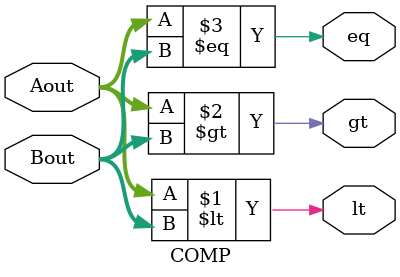
<source format=v>
module GCD_datapath(lt,gt,eq,lda,ldb,sel1,sel2,data_in,selin,clk);
input lda,ldb,sel1,sel2,selin,clk;
input[15:0] data_in;
output lt,gt,eq;
wire[15:0] Aout,Bout,X,Y,bus,subout;

PIPO A(Aout,lda,bus,clk);
PIPO B(Bout,ldb,bus,clk);
mux mux1(X,Aout,Bout,sel1);
mux mux2(Y,Aout,Bout,sel2);
mux mux3(bus,subout,data_in,selin);
SUB S(subout,X,Y);
COMP C(lt,gt,eq,Aout,Bout);
endmodule

module PIPO(dout,ld,din,clk);
input[15:0] din;
output reg[15:0] dout;
input ld,clk;
always@(posedge clk)
if(ld)
dout<=din;
endmodule

module mux(out,in0,in1,sel);
input sel;
input[15:0] in0,in1;
output[15:0] out;
assign out=sel? in1:in0;
endmodule

module SUB(out,in1,in2);
input[15:0] in1,in2;
output reg[15:0] out;
always@(*)
out<=in1-in2;
endmodule

module COMP(lt,gt,eq,Aout,Bout);
input[15:0] Aout,Bout;
output lt,gt,eq;
assign lt=Aout<Bout;
assign gt=Aout>Bout;
assign eq=Aout==Bout;
endmodule















</source>
